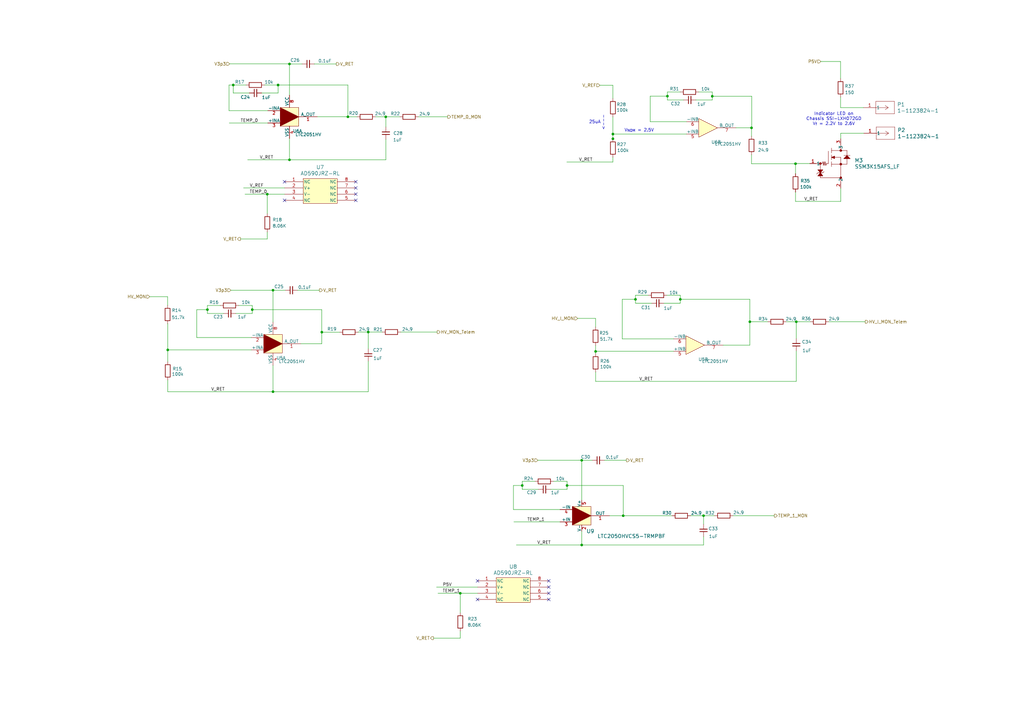
<source format=kicad_sch>
(kicad_sch (version 20250114) (generator "eeschema") (generator_version "9.0")
  (paper "A3")
  (lib_symbols
    (symbol "1-1123824-1_1" (pin_names (offset 0.254))
      (property "Reference" "P" (at 8.89 6.35 0))
      (property "Value" "1-1123824-1" (at 0 0 0))
      (symbol "1-1123824-1_1_0_1"
        (pin unspecified line (at 0 0 0) (length 5.08) (name "1") (number "1"))
      )
    )
    (symbol "Analog_Devices:AD590JRZ-RL" (pin_names (offset 0.254))
      (property "Reference" "U" (at 14.986 5.588 0))
      (property "Value" "AD590JRZ" (at 14.986 3.048 0))
      (symbol "AD590JRZ-RL_0_1"
        (pin unspecified line (at 0 0 0) (length 7.62) (name "NC") (number "1"))
        (pin unspecified line (at 0 -2.54 0) (length 7.62) (name "V+") (number "2"))
        (pin unspecified line (at 0 -5.08 0) (length 7.62) (name "V-") (number "3"))
        (pin unspecified line (at 0 -7.62 0) (length 7.62) (name "NC") (number "4"))
        (pin unspecified line (at 29.21 0 180) (length 7.62) (name "NC") (number "8"))
        (pin unspecified line (at 29.21 -2.54 180) (length 7.62) (name "NC") (number "7"))
        (pin unspecified line (at 29.21 -5.08 180) (length 7.62) (name "NC") (number "6"))
        (pin unspecified line (at 29.21 -7.62 180) (length 7.62) (name "NC") (number "5"))
      )
    )
    (symbol "Analog_Devices:LTC2050HVCS5-TRMPBF" (pin_names (offset 0))
      (property "Reference" "U" (at 7.366 -2.54 0))
      (property "Value" "LTC2050HVCS5-TRMPBF" (at 20.32 -5.334 0))
      (symbol "LTC2050HVCS5-TRMPBF_1_1"
        (pin input line (at -5.08 6.35 0) (length 5.08) (name "-IN") (number "4"))
        (pin input line (at -5.08 1.27 0) (length 5.08) (name "+IN") (number "3"))
        (pin power_in line (at 3.81 10.16 270) (length 2.54) (name "V+") (number "5"))
        (pin power_in line (at 3.81 -2.54 90) (length 2.54) (name "V-") (number "2"))
        (pin output line (at 15.24 3.81 180) (length 7.62) (name "OUT") (number "1"))
      )
    )
    (symbol "Analog_Devices:LTC2051HVIMS8_PBF" (pin_names (offset 0))
      (property "Reference" "U" (at 7.112 -2.032 0))
      (property "Value" "LTC2051HVCS8#TRPBF" (at 13.97 10.16 0))
      (symbol "LTC2051HVIMS8_PBF_1_1"
        (pin input line (at -5.08 6.35 0) (length 5.08) (name "-INA") (number "2"))
        (pin input line (at -5.08 1.27 0) (length 5.08) (name "+INA") (number "3"))
        (pin power_in line (at 3.81 12.7 270) (length 5.08) (name "VCC") (number "8"))
        (pin power_in line (at 3.81 -5.08 90) (length 5.08) (name "VSS") (number "4"))
        (pin output line (at 15.24 3.81 180) (length 7.62) (name "A_OUT") (number "1"))
      )
      (symbol "LTC2051HVIMS8_PBF_2_1"
        (pin input line (at -5.08 6.35 0) (length 5.08) (name "-INB") (number "6"))
        (pin input line (at -5.08 1.27 0) (length 5.08) (name "+INB") (number "5"))
        (pin output line (at 15.24 3.81 180) (length 7.62) (name "B_OUT") (number "7"))
      )
    )
    (symbol "LTC2051HVIMS8_PBF_1" (pin_names (offset 0))
      (property "Reference" "U" (at 7.112 0.508 0))
      (property "Value" "LTC2051HVCS8#TRPBF" (at 13.97 10.16 0))
      (symbol "LTC2051HVIMS8_PBF_1_1_1"
        (pin input line (at -5.08 6.35 0) (length 5.08) (name "-INA") (number "2"))
        (pin input line (at -5.08 1.27 0) (length 5.08) (name "+INA") (number "3"))
        (pin power_in line (at 3.81 12.7 270) (length 5.08) (name "VCC") (number "8"))
        (pin power_in line (at 3.81 -5.08 90) (length 5.08) (name "VSS") (number "4"))
        (pin output line (at 15.24 3.81 180) (length 7.62) (name "A_OUT") (number "1"))
      )
      (symbol "LTC2051HVIMS8_PBF_1_2_1"
        (pin input line (at -5.08 6.35 0) (length 5.08) (name "-INB") (number "6"))
        (pin input line (at -5.08 1.27 0) (length 5.08) (name "+INB") (number "5"))
        (pin output line (at 15.24 3.81 180) (length 7.62) (name "B_OUT") (number "7"))
      )
    )
    (symbol "Passive_Parts:C" (pin_numbers (hide yes)) (pin_names (offset 0) (hide yes))
      (property "Reference" "C" (at 2.54 5.08 0))
      (symbol "C_1_1"
        (pin passive line (at 0 2.54 0) (length 2.032) (name "~") (number "1"))
        (pin passive line (at 5.08 2.54 180) (length 2.032) (name "~") (number "2"))
      )
    )
    (symbol "Passive_Parts:R" (pin_numbers (hide yes)) (pin_names (offset 0) (hide yes))
      (property "Reference" "R" (at 2.54 5.08 0))
      (symbol "R_1_1"
        (pin passive line (at -1.27 2.54 0) (length 1.27) (name "~") (number "1"))
        (pin passive line (at 6.35 2.54 180) (length 1.27) (name "~") (number "2"))
      )
    )
    (symbol "TE_Connectivity:1-1123824-1" (pin_names (offset 0.254))
      (property "Reference" "P" (at 8.89 6.35 0))
      (property "Value" "1-1123824-1" (at 0 0 0))
      (symbol "1-1123824-1_0_1"
        (pin unspecified line (at 0 0 0) (length 5.08) (name "1") (number "1"))
      )
    )
    (symbol "Toshiba_Semi:SSM3K15AFS_LF" (pin_names (offset 0.254))
      (property "Reference" "MOSFET" (at 0 0 0))
      (property "Value" "SSM3K15AFS_LF" (at 0 0 0))
      (symbol "SSM3K15AFS_LF_0_1"
        (pin unspecified line (at -2.54 -7.62 0) (length 2.54) (name "1") (number "1"))
        (pin unspecified line (at 10.16 2.54 270) (length 2.54) (name "3") (number "3"))
        (pin unspecified line (at 10.16 -17.78 90) (length 2.54) (name "2") (number "2"))
      )
    )
  )
  (text "25uA" (at 243.9963 50.1232 0) (effects (font (size 1.27 1.27))))
  (text "<---" (at 247.4631 50.2773 90) (effects (font (size 1.27 1.27))))
  (text "Indicator LED on\nChassis SSI-LXH072GD\nV_{f} = 2.2V to 2.6V" (at 341.9997 48.8258 0) (effects (font (size 1.27 1.27))))
  (text "V_{NOM} = 2.5V" (at 262.1718 53.4986 0) (effects (font (size 1.27 1.27))))
  (junction (at 111.9706 119.0289))
  (junction (at 158.2134 47.9277))
  (junction (at 308.2307 52.4403))
  (junction (at 142.6988 47.9105))
  (junction (at 326.2772 67.1438))
  (junction (at 118.7312 65.5571))
  (junction (at 214.1918 199.1206))
  (junction (at 255.6092 211.5232))
  (junction (at 151.0425 136.1835))
  (junction (at 238.5842 223.5272))
  (junction (at 95.6658 34.8664))
  (junction (at 68.799 143.5187))
  (junction (at 188.7872 243.3338))
  (junction (at 273.7459 39.427))
  (junction (at 238.5842 188.793))
  (junction (at 232.5787 199.1206))
  (junction (at 260.6418 122.7735))
  (junction (at 118.7312 26.2371))
  (junction (at 307.5589 131.9662))
  (junction (at 109.6311 79.6328))
  (junction (at 288.5537 211.4954))
  (junction (at 292.1328 39.4782))
  (junction (at 279.0287 122.7735))
  (junction (at 244.2808 144.1344))
  (junction (at 114.0527 34.8664))
  (junction (at 85.0766 126.9908))
  (junction (at 103.4635 126.9908))
  (junction (at 131.9937 136.2292))
  (junction (at 251.3825 56.9151))
  (junction (at 251.3825 54.9803))
  (junction (at 326.6077 131.9662))
  (junction (at 111.9706 160.6508))
  (no_connect (at 145.9223 79.6281))
  (no_connect (at 225.0784 243.3291))
  (no_connect (at 225.0784 240.7891))
  (no_connect (at 195.8684 245.8691))
  (no_connect (at 116.7123 74.5481))
  (no_connect (at 225.0784 238.2491))
  (no_connect (at 195.8684 238.2491))
  (no_connect (at 145.9223 74.5481))
  (no_connect (at 145.9223 82.1681))
  (no_connect (at 225.0784 245.8691))
  (no_connect (at 145.9223 77.0881))
  (no_connect (at 116.7123 82.1681))
  (wire (pts (xy 273.7459 39.427) (xy 266.6583 39.427)))
  (wire (pts (xy 139.3031 136.2292) (xy 131.9937 136.2292)))
  (wire (pts (xy 255.6178 211.5232) (xy 255.6178 199.1206)))
  (wire (pts (xy 276.2569 139.0084) (xy 255.2168 139.0084)))
  (wire (pts (xy 232.4693 66.4517) (xy 251.3825 66.4517)))
  (wire (pts (xy 280.3352 41.0091) (xy 273.7459 41.0091)))
  (wire (pts (xy 123.4006 140.9787) (xy 131.9937 140.9787)))
  (wire (pts (xy 344.8477 56.9118) (xy 344.8477 54.6367)))
  (wire (pts (xy 266.6583 39.427) (xy 266.6583 49.9003)))
  (wire (pts (xy 246.009 34.9874) (xy 251.3825 34.9874)))
  (wire (pts (xy 292.1328 41.0091) (xy 292.1328 39.4782)))
  (wire (pts (xy 273.7459 37.7321) (xy 278.9884 37.7321)))
  (wire (pts (xy 244.2808 152.6352) (xy 244.2808 156.4335)))
  (wire (pts (xy 177.7962 261.7159) (xy 188.7872 261.7159)))
  (wire (pts (xy 188.7872 243.3291) (xy 195.8684 243.3291)))
  (wire (pts (xy 244.2808 144.1344) (xy 244.2808 145.0152)))
  (wire (pts (xy 151.0425 148.1395) (xy 151.0425 160.6508)))
  (wire (pts (xy 118.7312 26.2011) (xy 118.7312 26.2371)))
  (wire (pts (xy 326.6077 138.8422) (xy 326.6077 131.9662)))
  (wire (pts (xy 255.6178 199.1206) (xy 232.5787 199.1206)))
  (wire (pts (xy 103.0806 143.5187) (xy 68.799 143.5187)))
  (wire (pts (xy 251.3825 66.4517) (xy 251.3825 64.5351)))
  (wire (pts (xy 273.7459 37.7321) (xy 273.7459 39.427)))
  (wire (pts (xy 146.9231 136.1835) (xy 151.0425 136.1835)))
  (wire (pts (xy 276.2569 144.0884) (xy 244.2808 144.0884)))
  (wire (pts (xy 179.6339 243.3338) (xy 188.7872 243.3338)))
  (wire (pts (xy 100.4778 79.6328) (xy 109.6311 79.6328)))
  (wire (pts (xy 98.6401 98.0149) (xy 109.6311 98.0149)))
  (wire (pts (xy 116.7123 77.0881) (xy 99.8727 77.0881)))
  (wire (pts (xy 142.6988 34.8664) (xy 142.6988 47.9105)))
  (wire (pts (xy 85.0766 128.573) (xy 85.0766 126.9908)))
  (wire (pts (xy 109.8412 50.4505) (xy 94.0095 50.4505)))
  (wire (pts (xy 344.7451 39.8224) (xy 344.7451 44.1288)))
  (wire (pts (xy 244.2622 141.7298) (xy 244.2622 144.1344)))
  (wire (pts (xy 210.5923 199.1206) (xy 214.1918 199.1206)))
  (wire (pts (xy 158.278 65.5571) (xy 158.278 57.1617)))
  (wire (pts (xy 260.6418 121.0787) (xy 265.8843 121.0787)))
  (wire (pts (xy 103.4635 128.573) (xy 103.4635 126.9908)))
  (wire (pts (xy 279.0287 124.3557) (xy 279.0287 122.7735)))
  (wire (pts (xy 225.8611 200.7199) (xy 232.5787 200.7199)))
  (wire (pts (xy 131.9937 136.2292) (xy 131.9937 140.9787)))
  (wire (pts (xy 296.5769 141.5484) (xy 307.5589 141.5484)))
  (wire (pts (xy 96.7459 128.573) (xy 103.4635 128.573)))
  (wire (pts (xy 244.2622 130.601) (xy 236.9049 130.601)))
  (wire (pts (xy 344.8477 54.6367) (xy 354.2993 54.6367)))
  (wire (pts (xy 214.1918 197.4429) (xy 219.4343 197.4429)))
  (wire (pts (xy 232.5787 197.4429) (xy 232.5787 199.1206)))
  (wire (pts (xy 142.6988 47.9277) (xy 142.6988 47.9105)))
  (wire (pts (xy 158.278 52.0817) (xy 158.278 47.9393)))
  (wire (pts (xy 188.7872 243.3338) (xy 188.7872 243.3291)))
  (wire (pts (xy 85.0766 126.9908) (xy 85.0766 125.296)))
  (wire (pts (xy 188.7872 258.9005) (xy 188.7872 261.7159)))
  (wire (pts (xy 131.0002 119.0367) (xy 122.0535 119.0367)))
  (wire (pts (xy 273.7459 39.427) (xy 273.7459 41.0091)))
  (wire (pts (xy 326.2772 78.808) (xy 326.2772 82.6248)))
  (wire (pts (xy 251.3825 56.9151) (xy 251.3568 56.9151)))
  (wire (pts (xy 154.031 47.9277) (xy 158.2134 47.9277)))
  (wire (pts (xy 68.799 132.7975) (xy 68.799 143.5187)))
  (wire (pts (xy 137.909 26.2449) (xy 128.9623 26.2449)))
  (wire (pts (xy 308.2307 55.8467) (xy 308.2307 52.4403)))
  (wire (pts (xy 250.0142 211.5232) (xy 255.6092 211.5232)))
  (wire (pts (xy 85.0766 125.296) (xy 90.3191 125.296)))
  (wire (pts (xy 171.5797 47.9277) (xy 183.5955 47.9277)))
  (wire (pts (xy 102.2551 38.1434) (xy 95.6658 38.1434)))
  (wire (pts (xy 158.2134 47.9277) (xy 163.9597 47.9277)))
  (wire (pts (xy 273.5043 121.0787) (xy 279.0287 121.0787)))
  (wire (pts (xy 80.6853 126.9908) (xy 85.0766 126.9908)))
  (wire (pts (xy 307.5589 131.9662) (xy 307.5589 141.5484)))
  (wire (pts (xy 93.9327 45.3705) (xy 93.9327 34.8664)))
  (wire (pts (xy 151.0425 136.1835) (xy 156.7426 136.1835)))
  (wire (pts (xy 114.0527 34.8664) (xy 142.6988 34.8664)))
  (wire (pts (xy 151.0425 143.0595) (xy 151.0425 136.1835)))
  (wire (pts (xy 326.6077 131.9662) (xy 332.3078 131.9662)))
  (wire (pts (xy 326.2772 67.0718) (xy 332.1477 67.0718)))
  (wire (pts (xy 164.3626 136.1835) (xy 179.2775 136.1835)))
  (wire (pts (xy 214.1918 199.1206) (xy 214.1918 200.7199)))
  (wire (pts (xy 272.3111 124.3557) (xy 279.0287 124.3557)))
  (wire (pts (xy 111.9706 132.0887) (xy 111.9706 119.0289)))
  (wire (pts (xy 111.9706 160.6508) (xy 151.0425 160.6508)))
  (wire (pts (xy 247.9517 188.8008) (xy 247.9517 188.793)))
  (wire (pts (xy 251.3825 54.9803) (xy 251.3825 56.9151)))
  (wire (pts (xy 301.8681 52.4403) (xy 308.2307 52.4403)))
  (wire (pts (xy 109.6311 79.6281) (xy 116.7123 79.6281)))
  (wire (pts (xy 339.9278 131.9662) (xy 354.8427 131.9662)))
  (wire (pts (xy 283.2501 211.4954) (xy 288.5537 211.4954)))
  (wire (pts (xy 292.1328 39.4782) (xy 308.3237 39.4782)))
  (wire (pts (xy 279.0287 122.7735) (xy 279.0287 121.0787)))
  (wire (pts (xy 220.5797 188.793) (xy 238.5842 188.793)))
  (wire (pts (xy 111.9706 119.0289) (xy 116.9735 119.0289)))
  (wire (pts (xy 314.8683 131.9662) (xy 307.5589 131.9662)))
  (wire (pts (xy 80.6853 126.9908) (xy 80.6853 138.4387)))
  (wire (pts (xy 114.0527 38.1434) (xy 114.0527 34.8664)))
  (wire (pts (xy 308.2307 63.4667) (xy 308.2307 67.1438)))
  (wire (pts (xy 142.6988 47.9105) (xy 130.1612 47.9105)))
  (wire (pts (xy 292.1328 39.4782) (xy 292.1328 37.7321)))
  (wire (pts (xy 211.7672 223.5272) (xy 238.5842 223.5272)))
  (wire (pts (xy 118.7312 26.2371) (xy 118.7312 39.0205)))
  (wire (pts (xy 68.799 132.7975) (xy 68.7313 132.7975)))
  (wire (pts (xy 109.6311 87.5795) (xy 109.6311 79.6328)))
  (wire (pts (xy 108.5283 34.8664) (xy 114.0527 34.8664)))
  (wire (pts (xy 68.799 143.5187) (xy 68.799 148.3146)))
  (wire (pts (xy 93.9327 34.8664) (xy 95.6658 34.8664)))
  (wire (pts (xy 146.9231 136.1835) (xy 146.9231 136.2292)))
  (wire (pts (xy 111.9706 149.8687) (xy 111.9706 160.6508)))
  (wire (pts (xy 267.2311 124.3557) (xy 260.6418 124.3557)))
  (wire (pts (xy 68.799 160.6508) (xy 111.9706 160.6508)))
  (wire (pts (xy 255.2168 122.7735) (xy 255.2168 139.0084)))
  (wire (pts (xy 220.7811 200.7199) (xy 214.1918 200.7199)))
  (wire (pts (xy 326.2772 67.1438) (xy 326.2772 71.188)))
  (wire (pts (xy 229.6942 214.0632) (xy 210.7564 214.0632)))
  (wire (pts (xy 283.2501 211.4954) (xy 283.2501 211.5411)))
  (wire (pts (xy 158.2134 47.9277) (xy 158.2134 47.9393)))
  (wire (pts (xy 68.799 155.9346) (xy 68.799 160.6508)))
  (wire (pts (xy 244.2622 134.1098) (xy 244.2622 130.601)))
  (wire (pts (xy 118.7312 65.5571) (xy 158.278 65.5571)))
  (wire (pts (xy 288.5537 211.4954) (xy 293.0696 211.4954)))
  (wire (pts (xy 288.5537 214.9988) (xy 288.5537 211.4954)))
  (wire (pts (xy 238.5842 188.793) (xy 242.8717 188.793)))
  (wire (pts (xy 286.6084 37.7321) (xy 292.1328 37.7321)))
  (wire (pts (xy 275.6301 211.5411) (xy 255.6092 211.5411)))
  (wire (pts (xy 322.4883 131.9662) (xy 326.6077 131.9662)))
  (wire (pts (xy 94.6815 119.0289) (xy 111.9706 119.0289)))
  (wire (pts (xy 95.6658 38.1434) (xy 95.6658 34.8664)))
  (wire (pts (xy 251.3825 34.9874) (xy 251.3825 40.3644)))
  (wire (pts (xy 251.3825 47.9844) (xy 251.3825 54.9803)))
  (wire (pts (xy 288.5537 223.5272) (xy 238.5842 223.5272)))
  (wire (pts (xy 91.6659 128.573) (xy 85.0766 128.573)))
  (wire (pts (xy 210.5923 208.9832) (xy 210.5923 199.1206)))
  (wire (pts (xy 232.5787 199.1206) (xy 232.5787 200.7199)))
  (wire (pts (xy 109.8412 45.3705) (xy 93.9327 45.3705)))
  (wire (pts (xy 238.5842 205.1732) (xy 238.5842 188.793)))
  (wire (pts (xy 101.5596 65.5571) (xy 118.7312 65.5571)))
  (wire (pts (xy 146.411 47.9277) (xy 142.6988 47.9277)))
  (wire (pts (xy 266.6583 49.9003) (xy 281.5481 49.9003)))
  (wire (pts (xy 244.2808 144.0884) (xy 244.2808 144.1344)))
  (wire (pts (xy 260.6418 122.7735) (xy 260.6418 121.0787)))
  (wire (pts (xy 227.0543 197.4429) (xy 232.5787 197.4429)))
  (wire (pts (xy 109.6311 79.6328) (xy 109.6311 79.6281)))
  (wire (pts (xy 255.2168 122.7735) (xy 260.6418 122.7735)))
  (wire (pts (xy 344.7451 25.2247) (xy 344.7451 32.2024)))
  (wire (pts (xy 281.5481 54.9803) (xy 251.3825 54.9803)))
  (wire (pts (xy 214.1918 197.4429) (xy 214.1918 199.1206)))
  (wire (pts (xy 308.2307 52.4403) (xy 308.3237 52.4403)))
  (wire (pts (xy 256.8984 188.8008) (xy 247.9517 188.8008)))
  (wire (pts (xy 255.6092 211.5232) (xy 255.6178 211.5232)))
  (wire (pts (xy 118.7312 56.8005) (xy 118.7312 65.5571)))
  (wire (pts (xy 307.5589 122.7735) (xy 279.0287 122.7735)))
  (wire (pts (xy 326.6077 143.9222) (xy 326.6077 156.4335)))
  (wire (pts (xy 68.7313 121.6687) (xy 61.374 121.6687)))
  (wire (pts (xy 344.7451 44.1288) (xy 354.1541 44.1288)))
  (wire (pts (xy 344.8477 82.6248) (xy 344.8477 77.2318)))
  (wire (pts (xy 95.6658 34.8664) (xy 100.9083 34.8664)))
  (wire (pts (xy 103.4635 126.9908) (xy 103.4635 125.296)))
  (wire (pts (xy 103.0806 138.4387) (xy 80.6853 138.4387)))
  (wire (pts (xy 238.5842 217.8732) (xy 238.5842 223.5272)))
  (wire (pts (xy 107.3351 38.1434) (xy 114.0527 38.1434)))
  (wire (pts (xy 255.6092 211.5411) (xy 255.6092 211.5232)))
  (wire (pts (xy 244.2622 144.1344) (xy 244.2808 144.1344)))
  (wire (pts (xy 97.9391 125.296) (xy 103.4635 125.296)))
  (wire (pts (xy 229.6942 208.9832) (xy 210.5923 208.9832)))
  (wire (pts (xy 308.2307 67.1438) (xy 326.2772 67.1438)))
  (wire (pts (xy 285.4152 41.0091) (xy 292.1328 41.0091)))
  (wire (pts (xy 195.8684 240.7891) (xy 179.0288 240.7891)))
  (wire (pts (xy 307.5589 122.7735) (xy 307.5589 131.9662)))
  (wire (pts (xy 260.6418 124.3557) (xy 260.6418 122.7735)))
  (wire (pts (xy 288.5537 220.0788) (xy 288.5537 223.5272)))
  (wire (pts (xy 188.7872 251.2805) (xy 188.7872 243.3338)))
  (wire (pts (xy 308.3237 39.4782) (xy 308.3237 52.4403)))
  (wire (pts (xy 68.7313 125.1775) (xy 68.7313 121.6687)))
  (wire (pts (xy 244.2808 156.4335) (xy 326.6077 156.4335)))
  (wire (pts (xy 131.9937 126.9908) (xy 103.4635 126.9908)))
  (wire (pts (xy 300.6896 211.4954) (xy 317.5551 211.4954)))
  (wire (pts (xy 131.9937 126.9908) (xy 131.9937 136.2292)))
  (wire (pts (xy 128.9623 26.2449) (xy 128.9623 26.2371)))
  (wire (pts (xy 158.278 47.9393) (xy 158.2134 47.9393)))
  (wire (pts (xy 326.2772 67.0718) (xy 326.2772 67.1438)))
  (wire (pts (xy 326.2772 82.6248) (xy 344.8477 82.6248)))
  (wire (pts (xy 94.1783 26.2011) (xy 118.7312 26.2011)))
  (wire (pts (xy 109.6311 95.1995) (xy 109.6311 98.0149)))
  (wire (pts (xy 336.6354 25.2247) (xy 344.7451 25.2247)))
  (wire (pts (xy 122.0535 119.0367) (xy 122.0535 119.0289)))
  (wire (pts (xy 123.8823 26.2371) (xy 118.7312 26.2371)))
  (label "P5V" (at 181.5324 240.7891 0))
  (label "V_RET" (at 220.2929 223.5272 0))
  (label "TEMP_0" (at 98.6319 50.4505 0))
  (label "V_RET" (at 262.1312 156.4335 0))
  (label "V_RET" (at 329.7929 82.6248 0))
  (label "V_RET" (at 237.3999 66.4517 0))
  (label "TEMP_0" (at 102.3267 79.6328 0))
  (label "TEMP_1" (at 181.4828 243.3338 0))
  (label "V_RET" (at 106.4902 65.5571 0))
  (label "TEMP_1" (at 216.1877 214.0632 0))
  (label "V_REF" (at 102.3763 77.0881 0))
  (label "V_RET" (at 86.566 160.6508 0))
  (hierarchical_label "P5V" (shape input) (at 336.6354 25.2247 180))
  (hierarchical_label "V3p3" (shape input) (at 94.1783 26.2011 180))
  (hierarchical_label "V_REF" (shape input) (at 246.009 34.9874 180))
  (hierarchical_label "V3p3" (shape input) (at 220.5797 188.793 180))
  (hierarchical_label "V3p3" (shape input) (at 94.6815 119.0289 180))
  (hierarchical_label "V_RET" (shape output) (at 256.8984 188.8008 0))
  (hierarchical_label "V_RET" (shape output) (at 98.6401 98.0149 180))
  (hierarchical_label "V_RET" (shape output) (at 177.7962 261.7159 180))
  (hierarchical_label "HV_I_MON" (shape input) (at 236.9049 130.601 180))
  (hierarchical_label "HV_I_MON_Telem" (shape output) (at 354.8427 131.9662 0))
  (hierarchical_label "V_RET" (shape output) (at 131.0002 119.0367 0))
  (hierarchical_label "HV_MON" (shape input) (at 61.374 121.6687 180))
  (hierarchical_label "V_RET" (shape output) (at 137.909 26.2449 0))
  (hierarchical_label "TEMP_1_MON" (shape output) (at 317.5551 211.4954 0))
  (hierarchical_label "TEMP_0_MON" (shape output) (at 183.5955 47.9277 0))
  (hierarchical_label "HV_MON_Telem" (shape output) (at 179.2775 136.1835 0))
  (symbol (lib_id "Passive_Parts:C") (at 280.3352 43.5491 0) (unit 1)
    (property "Reference" "C32" (at 277.0359 42.514 0))
    (property "Value" "1uF" (at 287.7556 42.7234 0))
    (property "Footprint" "Capacitor_SMD:C_0603_1608Metric" (effects (hide yes)))
    (property "Datasheet" "https://weblib.samsungsem.com/mlcc/mlcc-ec-data-sheet.do?partNumber=CL10B105KO8NNN" (effects (hide yes)))
    (property "Description" "1 µF ±10% 16V Ceramic Capacitor X7R 0603 (1608 Metric)" (effects (hide yes)))
    (property "Manufacturer" "Samsung Electro-Mechanics" (effects (hide yes)))
    (property "Man. Part Num" "CL10B105KO8NNNC" (effects (hide yes)))
    (property "Distributor" "Digi-Key" (effects (hide yes)))
    (property "Dist. Part Num" "1276-1019-1-ND" (effects (hide yes)))
    (property "Package" "0603 (1608 Metric)" (effects (hide yes)))
    (property "Part Type" "SMD" (effects (hide yes)))
  )
  (symbol (lib_id "Passive_Parts:R") (at 347.2851 38.5524 90) (unit 1)
    (property "Reference" "R37" (at 348.3903 35.3403 90))
    (property "Value" "150" (at 348.431 37.947 90))
    (property "Footprint" "Resistor_SMD:R_0603_1608Metric" (effects (hide yes)))
    (property "Datasheet" "https://industrial.panasonic.com/cdbs/www-data/pdf/RDM0000/AOA0000C307.pdf" (effects (hide yes)))
    (property "Description" "150 Ohms ±0.1% 0.1W, 1/10W Chip Resistor 0603 (1608 Metric) Automotive AEC-Q200 Thin Film" (effects (hide yes)))
    (property "Manufacturer" "Panasonic Electronic Components" (effects (hide yes)))
    (property "Man. Part Num" "ERA-3AEB151V" (effects (hide yes)))
    (property "Distributor" "Digi-Key" (effects (hide yes)))
    (property "Dist. Part Num" "P150DBCT-ND" (effects (hide yes)))
    (property "Part Type" "SMD" (effects (hide yes)))
    (property "Package" "0603 (1608 Metric)" (effects (hide yes)))
  )
  (symbol (lib_id "Passive_Parts:R") (at 272.2343 118.5387 180) (unit 1)
    (property "Reference" "R29" (at 263.4752 119.7926 0))
    (property "Value" "10k" (at 276.3136 120.0159 0))
    (property "Footprint" "Resistor_SMD:R_0402_1005Metric" (effects (hide yes)))
    (property "Datasheet" "https://www.seielect.com/catalog/sei-rncp.pdf" (effects (hide yes)))
    (property "Description" "10 kOhms ±0.1% 0.063W, 1/16W Chip Resistor 0402 (1005 Metric) Automotive AEC-Q200 Thin Film" (effects (hide yes)))
    (property "Manufacturer" "Panasonic Electronic Components" (effects (hide yes)))
    (property "Man. Part Num" "ERA-2AEB103X" (effects (hide yes)))
    (property "Distributor" "Digi-Key" (effects (hide yes)))
    (property "Dist. Part Num" "P10KDCCT-ND" (effects (hide yes)))
    (property "Part Type" "SMD" (effects (hide yes)))
    (property "Package" "0402 (1005 Metric)" (effects (hide yes)))
  )
  (symbol (lib_id "Analog_Devices:LTC2050HVCS5-TRMPBF") (at 234.7742 215.3332 0) (unit 1)
    (property "Reference" "U9" (at 242.1402 217.8732 0) (effects (font (size 1.524 1.524))))
    (property "Value" "LTC2050HVCS5-TRMPBF" (at 258.9904 219.9042 0) (effects (font (size 1.524 1.524))))
    (property "Footprint" "Analog_Devices:S_5_ADI" (effects (hide yes)))
    (property "Datasheet" "https://www.analog.com/media/en/technical-documentation/data-sheets/LTC2050-2050HV.pdf" (effects (hide yes)))
    (property "Description" "IC OPAMP ZER-DRIFT 1CIR TSOT23-5" (effects (hide yes)))
    (property "Manufacturer" "Analog Devices Inc." (effects (hide yes)))
    (property "Man. Part Num" "LTC2050HVCS5#TRMPBF" (effects (hide yes)))
    (property "Distributor" "Digi-Key" (effects (hide yes)))
    (property "Dist. Part Num" "505-LTC2050HVCS5#TRMPBFCT-ND" (effects (hide yes)))
    (property "Part Type" "SMD" (effects (hide yes)))
    (property "Package" "TSOT23-5" (effects (hide yes)))
  )
  (symbol (lib_id "Passive_Parts:C") (at 123.8823 28.7771 0) (unit 1)
    (property "Reference" "C26" (at 121.0038 24.6768 0))
    (property "Value" "0.1uF" (at 133.2591 24.9605 0))
    (property "Footprint" "Capacitor_SMD:C_0603_1608Metric" (effects (hide yes)))
    (property "Datasheet" "https://www.yageo.com/en/Chart/Download/pdf/CC0603KRX7R7BB104" (effects (hide yes)))
    (property "Description" "0.1 µF ±10% 50V Ceramic Capacitor X7R 0603 (1608 Metric)" (effects (hide yes)))
    (property "Manufacturer" "KEMET" (effects (hide yes)))
    (property "Man. Part Num" "C0603C104K5RACTU" (effects (hide yes)))
    (property "Distributor" "Digi-Key" (effects (hide yes)))
    (property "Dist. Part Num" "399-C0603C104K5RACTUCT-ND" (effects (hide yes)))
    (property "Package" "0603 (1608 Metric)" (effects (hide yes)))
    (property "Part Type" "SMD" (effects (hide yes)))
  )
  (symbol (lib_id "Passive_Parts:C") (at 242.8717 191.333 0) (unit 1)
    (property "Reference" "C30" (at 240.1982 187.4288 0))
    (property "Value" "0.1uF" (at 251.127 187.5426 0))
    (property "Footprint" "Capacitor_SMD:C_0603_1608Metric" (effects (hide yes)))
    (property "Datasheet" "https://www.yageo.com/en/Chart/Download/pdf/CC0603KRX7R7BB104" (effects (hide yes)))
    (property "Description" "0.1 µF ±10% 50V Ceramic Capacitor X7R 0603 (1608 Metric)" (effects (hide yes)))
    (property "Manufacturer" "KEMET" (effects (hide yes)))
    (property "Man. Part Num" "C0603C104K5RACTU" (effects (hide yes)))
    (property "Distributor" "Digi-Key" (effects (hide yes)))
    (property "Dist. Part Num" "399-C0603C104K5RACTUCT-ND" (effects (hide yes)))
    (property "Package" "0603 (1608 Metric)" (effects (hide yes)))
    (property "Part Type" "SMD" (effects (hide yes)))
  )
  (symbol (lib_id "Passive_Parts:C") (at 102.2551 40.6834 0) (unit 1)
    (property "Reference" "C24" (at 100.6122 39.8699 0))
    (property "Value" "1uF" (at 109.1988 39.9746 0))
    (property "Footprint" "Capacitor_SMD:C_0603_1608Metric" (effects (hide yes)))
    (property "Datasheet" "https://weblib.samsungsem.com/mlcc/mlcc-ec-data-sheet.do?partNumber=CL10B105KO8NNN" (effects (hide yes)))
    (property "Description" "1 µF ±10% 16V Ceramic Capacitor X7R 0603 (1608 Metric)" (effects (hide yes)))
    (property "Manufacturer" "Samsung Electro-Mechanics" (effects (hide yes)))
    (property "Man. Part Num" "CL10B105KO8NNNC" (effects (hide yes)))
    (property "Distributor" "Digi-Key" (effects (hide yes)))
    (property "Dist. Part Num" "1276-1019-1-ND" (effects (hide yes)))
    (property "Package" "0603 (1608 Metric)" (effects (hide yes)))
    (property "Part Type" "SMD" (effects (hide yes)))
  )
  (symbol (lib_id "Passive_Parts:R") (at 294.3396 214.0354 0) (unit 1)
    (property "Reference" "R32" (at 291.1646 210.3904 0))
    (property "Value" "24.9" (at 302.9281 210.2391 0))
    (property "Footprint" "Resistor_SMD:R_0603_1608Metric" (effects (hide yes)))
    (property "Datasheet" "https://www.yageo.com/upload/media/product/app/datasheet/rchip/pyu-rt_1-to-0.01_rohs_l.pdf" (effects (hide yes)))
    (property "Description" "24.9 Ohms ±0.1% 0.1W, 1/10W Chip Resistor 0603 (1608 Metric) Thin Film" (effects (hide yes)))
    (property "Manufacturer" "YAGEO" (effects (hide yes)))
    (property "Man. Part Num" "RT0603BRD0724R9L" (effects (hide yes)))
    (property "Distributor" "Digi-Key" (effects (hide yes)))
    (property "Dist. Part Num" "YAG4511CT-ND" (effects (hide yes)))
    (property "Part Type" "SMD" (effects (hide yes)))
    (property "Package" "0603 (1608 Metric)" (effects (hide yes)))
  )
  (symbol (lib_id "Passive_Parts:R") (at 305.6907 57.1167 270) (unit 1)
    (property "Reference" "R33" (at 312.8917 58.6574 90))
    (property "Value" "24.9" (at 313.0619 61.551 90))
    (property "Footprint" "Resistor_SMD:R_0603_1608Metric" (effects (hide yes)))
    (property "Datasheet" "https://www.yageo.com/upload/media/product/app/datasheet/rchip/pyu-rt_1-to-0.01_rohs_l.pdf" (effects (hide yes)))
    (property "Description" "24.9 Ohms ±0.1% 0.1W, 1/10W Chip Resistor 0603 (1608 Metric) Thin Film" (effects (hide yes)))
    (property "Manufacturer" "YAGEO" (effects (hide yes)))
    (property "Man. Part Num" "RT0603BRD0724R9L" (effects (hide yes)))
    (property "Distributor" "Digi-Key" (effects (hide yes)))
    (property "Dist. Part Num" "YAG4511CT-ND" (effects (hide yes)))
    (property "Part Type" "SMD" (effects (hide yes)))
    (property "Package" "0603 (1608 Metric)" (effects (hide yes)))
  )
  (symbol (lib_id "Passive_Parts:C") (at 116.9735 121.5689 0) (unit 1)
    (property "Reference" "C25" (at 114.4208 117.5523 0))
    (property "Value" "0.1uF" (at 124.9892 117.8128 0))
    (property "Footprint" "Capacitor_SMD:C_0603_1608Metric" (effects (hide yes)))
    (property "Datasheet" "https://www.yageo.com/en/Chart/Download/pdf/CC0603KRX7R7BB104" (effects (hide yes)))
    (property "Description" "0.1 µF ±10% 50V Ceramic Capacitor X7R 0603 (1608 Metric)" (effects (hide yes)))
    (property "Manufacturer" "KEMET" (effects (hide yes)))
    (property "Man. Part Num" "C0603C104K5RACTU" (effects (hide yes)))
    (property "Distributor" "Digi-Key" (effects (hide yes)))
    (property "Dist. Part Num" "399-C0603C104K5RACTUCT-ND" (effects (hide yes)))
    (property "Package" "0603 (1608 Metric)" (effects (hide yes)))
    (property "Part Type" "SMD" (effects (hide yes)))
  )
  (symbol (lib_id "Passive_Parts:R") (at 241.7408 146.2852 270) (unit 1)
    (property "Reference" "R26" (at 248.0768 148.0902 90))
    (property "Value" "100k" (at 248.4892 150.4271 90))
    (property "Footprint" "Resistor_SMD:R_0402_1005Metric" (effects (hide yes)))
    (property "Datasheet" "https://industrial.panasonic.com/cdbs/www-data/pdf/RDM0000/AOA0000C307.pdf" (effects (hide yes)))
    (property "Description" "100 kOhms ±0.1% 0.063W, 1/16W Chip Resistor 0402 (1005 Metric) Automotive AEC-Q200 Thin Film" (effects (hide yes)))
    (property "Manufacturer" "Panasonic Electronic Components" (effects (hide yes)))
    (property "Man. Part Num" "ERA-2AEB104X" (effects (hide yes)))
    (property "Distributor" "Digi-Key" (effects (hide yes)))
    (property "Dist. Part Num" "P100KDCCT-ND" (effects (hide yes)))
    (property "Part Type" "SMD" (effects (hide yes)))
    (property "Package" "0402 (1005 Metric)" (effects (hide yes)))
  )
  (symbol (lib_id "Passive_Parts:C") (at 329.1477 143.9222 90) (unit 1)
    (property "Reference" "C34" (at 330.8533 140.2115 90))
    (property "Value" "1uF" (at 330.8912 143.7786 90))
    (property "Footprint" "Capacitor_SMD:C_0603_1608Metric" (effects (hide yes)))
    (property "Datasheet" "https://weblib.samsungsem.com/mlcc/mlcc-ec-data-sheet.do?partNumber=CL10B105KO8NNN" (effects (hide yes)))
    (property "Description" "1 µF ±10% 16V Ceramic Capacitor X7R 0603 (1608 Metric)" (effects (hide yes)))
    (property "Manufacturer" "Samsung Electro-Mechanics" (effects (hide yes)))
    (property "Man. Part Num" "CL10B105KO8NNNC" (effects (hide yes)))
    (property "Distributor" "Digi-Key" (effects (hide yes)))
    (property "Dist. Part Num" "1276-1019-1-ND" (effects (hide yes)))
    (property "Package" "0603 (1608 Metric)" (effects (hide yes)))
    (property "Part Type" "SMD" (effects (hide yes)))
  )
  (symbol (lib_id "Passive_Parts:R") (at 96.6691 122.756 180) (unit 1)
    (property "Reference" "R16" (at 87.78 123.9779 0))
    (property "Value" "10k" (at 100.8789 123.9779 0))
    (property "Footprint" "Resistor_SMD:R_0402_1005Metric" (effects (hide yes)))
    (property "Datasheet" "https://www.seielect.com/catalog/sei-rncp.pdf" (effects (hide yes)))
    (property "Description" "10 kOhms ±0.1% 0.063W, 1/16W Chip Resistor 0402 (1005 Metric) Automotive AEC-Q200 Thin Film" (effects (hide yes)))
    (property "Manufacturer" "Panasonic Electronic Components" (effects (hide yes)))
    (property "Man. Part Num" "ERA-2AEB103X" (effects (hide yes)))
    (property "Distributor" "Digi-Key" (effects (hide yes)))
    (property "Dist. Part Num" "P10KDCCT-ND" (effects (hide yes)))
    (property "Part Type" "SMD" (effects (hide yes)))
    (property "Package" "0402 (1005 Metric)" (effects (hide yes)))
  )
  (symbol (lib_name "LTC2051HVIMS8_PBF_1") (lib_id "Analog_Devices:LTC2051HVIMS8_PBF") (at 281.3369 145.3584 0) (unit 2)
    (property "Reference" "U5" (at 288.4489 147.3904 0))
    (property "Value" "LTC2051HV" (at 293.2572 148.1502 0))
    (property "Footprint" "Analog_Devices:R_8_ADI" (effects (hide yes)))
    (property "Datasheet" "https://www.analog.com/media/en/technical-documentation/data-sheets/20512fd.pdf" (effects (hide yes)))
    (property "Description" "IC OPAMP ZERO-DRIFT 2 CIRC 8SOIC" (effects (hide yes)))
    (property "Manufacturer" "Analog Devices Inc." (effects (hide yes)))
    (property "Man. Part Num" "LTC2051HVCS8#TRPBF" (effects (hide yes)))
    (property "Distributor" "Digi-Key" (effects (hide yes)))
    (property "Dist. Part Num" "LTC2051HVCS8#TRPBFCT-ND" (effects (hide yes)))
    (property "Part Type" "SMD" (effects (hide yes)))
    (property "Package" "8-SOIC" (effects (hide yes)))
  )
  (symbol (lib_id "Passive_Parts:C") (at 91.6659 131.113 0) (unit 1)
    (property "Reference" "C23" (at 89.4451 129.9319 0))
    (property "Value" "1uF" (at 99.3065 129.9692 0))
    (property "Footprint" "Resistor_SMD:R_0402_1005Metric" (effects (hide yes)))
    (property "Datasheet" "https://search.murata.co.jp/Ceramy/image/img/A01X/G101/ENG/GRM155R70J105KA12-01.pdf" (effects (hide yes)))
    (property "Description" "1 µF ±10% 6.3V Ceramic Capacitor X7R 0402 (1005 Metric)" (effects (hide yes)))
    (property "Manufacturer" "Murata Electronics" (effects (hide yes)))
    (property "Man. Part Num" "GRM155R70J105KA12D" (effects (hide yes)))
    (property "Distributor" "Digi-Key" (effects (hide yes)))
    (property "Dist. Part Num" "490-10024-1-ND" (effects (hide yes)))
    (property "Part Type" "SMD" (effects (hide yes)))
  )
  (symbol (lib_id "Analog_Devices:LTC2051HVIMS8_PBF") (at 108.1606 144.7887 0) (unit 1)
    (property "Reference" "U5" (at 115.2726 146.8207 0))
    (property "Value" "LTC2051HV" (at 119.6826 148.2502 0))
    (property "Footprint" "Analog_Devices:R_8_ADI" (effects (hide yes)))
    (property "Datasheet" "https://www.analog.com/media/en/technical-documentation/data-sheets/20512fd.pdf" (effects (hide yes)))
    (property "Description" "IC OPAMP ZERO-DRIFT 2 CIRC 8SOIC" (effects (hide yes)))
    (property "Manufacturer" "Analog Devices Inc." (effects (hide yes)))
    (property "Man. Part Num" "LTC2051HVCS8#TRPBF" (effects (hide yes)))
    (property "Distributor" "Digi-Key" (effects (hide yes)))
    (property "Dist. Part Num" "LTC2051HVCS8#TRPBFCT-ND" (effects (hide yes)))
    (property "Part Type" "SMD" (effects (hide yes)))
    (property "Package" "8-SOIC" (effects (hide yes)))
  )
  (symbol (lib_id "Analog_Devices:AD590JRZ-RL") (at 116.7123 74.5481 0) (unit 1)
    (property "Reference" "U7" (at 131.3173 68.58 0) (effects (font (size 1.524 1.524))))
    (property "Value" "AD590JRZ-RL" (at 131.3173 71.12 0) (effects (font (size 1.524 1.524))))
    (property "Footprint" "Analog_Devices:R_8_ADI" (effects (hide yes)))
    (property "Datasheet" "https://www.analog.com/media/en/technical-documentation/data-sheets/AD590.pdf" (effects (hide yes)))
    (property "Description" "SENSOR ANALOG -55C-150C 8SOIC" (effects (hide yes)))
    (property "Manufacturer" "Analog Devices Inc." (effects (hide yes)))
    (property "Man. Part Num" "AD590JRZ" (effects (hide yes)))
    (property "Distributor" "Digi-Key" (effects (hide yes)))
    (property "Dist. Part Num" "AD590JRZ-ND" (effects (hide yes)))
    (property "Part Type" "SMD" (effects (hide yes)))
    (property "Package" "8-SOIC" (effects (hide yes)))
  )
  (symbol (lib_id "Passive_Parts:R") (at 140.5731 138.7692 0) (unit 1)
    (property "Reference" "R19" (at 136.1323 134.9419 0))
    (property "Value" "24.9" (at 149.4089 135.027 0))
    (property "Footprint" "Resistor_SMD:R_0603_1608Metric" (effects (hide yes)))
    (property "Datasheet" "https://www.yageo.com/upload/media/product/app/datasheet/rchip/pyu-rt_1-to-0.01_rohs_l.pdf" (effects (hide yes)))
    (property "Description" "24.9 Ohms ±0.1% 0.1W, 1/10W Chip Resistor 0603 (1608 Metric) Thin Film" (effects (hide yes)))
    (property "Manufacturer" "YAGEO" (effects (hide yes)))
    (property "Man. Part Num" "RT0603BRD0724R9L" (effects (hide yes)))
    (property "Distributor" "Digi-Key" (effects (hide yes)))
    (property "Dist. Part Num" "YAG4511CT-ND" (effects (hide yes)))
    (property "Part Type" "SMD" (effects (hide yes)))
    (property "Package" "0603 (1608 Metric)" (effects (hide yes)))
  )
  (symbol (lib_id "Passive_Parts:R") (at 328.8172 77.538 90) (unit 1)
    (property "Reference" "R35" (at 330.2795 74.165 90))
    (property "Value" "100k" (at 330.5233 76.6842 90))
    (property "Footprint" "Resistor_SMD:R_0603_1608Metric" (effects (hide yes)))
    (property "Datasheet" "https://www.vishay.com/docs/28758/tnpw_e3.pdf" (effects (hide yes)))
    (property "Description" "100 kOhms ±0.1% 0.21W Chip Resistor 0603 (1608 Metric) Anti-Sulfur, Automotive AEC-Q200, Moisture Resistant Thin Film" (effects (hide yes)))
    (property "Manufacturer" "Vishay Dale" (effects (hide yes)))
    (property "Man. Part Num" "TNPW0603100KBEEA" (effects (hide yes)))
    (property "Distributor" "Digi-Key" (effects (hide yes)))
    (property "Dist. Part Num" "TNP100KAACT-ND" (effects (hide yes)))
    (property "Part Type" "SMD" (effects (hide yes)))
    (property "Package" "0603 (1608 Metric)" (effects (hide yes)))
  )
  (symbol (lib_id "Passive_Parts:R") (at 66.1913 126.4475 270) (unit 1)
    (property "Reference" "R14" (at 72.3765 127.2972 90))
    (property "Value" "51.7k" (at 73.1096 130.189 90))
    (property "Footprint" "Resistor_SMD:R_0402_1005Metric" (effects (hide yes)))
    (property "Datasheet" "https://www.koaspeer.com/pdfs/RN73R.pdf" (effects (hide yes)))
    (property "Description" "51.7 kOhms ±0.1% 0.1W, 1/10W Chip Resistor 0402 (1005 Metric) Automotive AEC-Q200, Moisture Resistant Thin Film" (effects (hide yes)))
    (property "Manufacturer" "KOA Speer Electronics, Inc." (effects (hide yes)))
    (property "Man. Part Num" "RN73R1ETTP5172B25" (effects (hide yes)))
    (property "Distributor" "Digi-Key" (effects (hide yes)))
    (property "Dist. Part Num" "2019-RN73R1ETTP5172B25CT-ND" (effects (hide yes)))
    (property "Part Type" "SMD" (effects (hide yes)))
    (property "Package" "0402 (1005 Metric)" (effects (hide yes)))
  )
  (symbol (lib_id "Passive_Parts:R") (at 225.7843 194.9029 180) (unit 1)
    (property "Reference" "R24" (at 216.806 196.2866 0))
    (property "Value" "10k" (at 229.8058 196.3117 0))
    (property "Footprint" "Resistor_SMD:R_0402_1005Metric" (effects (hide yes)))
    (property "Description" "Resistor" (effects (hide yes)))
    (property "Manufacturer" "Panasonic Electronic Components" (effects (hide yes)))
    (property "Man. Part Num" "ERA-2AEB103X" (effects (hide yes)))
    (property "Distributor" "Digi-Key" (effects (hide yes)))
    (property "Dist. Part Num" "P10KDCCT-ND" (effects (hide yes)))
    (property "Part Type" "SMD" (effects (hide yes)))
    (property "Package" "0402" (effects (hide yes)))
  )
  (symbol (lib_id "Passive_Parts:R") (at 285.3384 35.1921 180) (unit 1)
    (property "Reference" "R31" (at 276.5927 36.4267 0))
    (property "Value" "10k" (at 289.3774 36.4846 0))
    (property "Footprint" "Resistor_SMD:R_0402_1005Metric" (effects (hide yes)))
    (property "Datasheet" "https://www.seielect.com/catalog/sei-rncp.pdf" (effects (hide yes)))
    (property "Description" "10 kOhms ±0.1% 0.063W, 1/16W Chip Resistor 0402 (1005 Metric) Automotive AEC-Q200 Thin Film" (effects (hide yes)))
    (property "Manufacturer" "Panasonic Electronic Components" (effects (hide yes)))
    (property "Man. Part Num" "ERA-2AEB103X" (effects (hide yes)))
    (property "Distributor" "Digi-Key" (effects (hide yes)))
    (property "Dist. Part Num" "P10KDCCT-ND" (effects (hide yes)))
    (property "Part Type" "SMD" (effects (hide yes)))
    (property "Package" "0402 (1005 Metric)" (effects (hide yes)))
  )
  (symbol (lib_id "Passive_Parts:C") (at 267.2311 126.8957 0) (unit 1)
    (property "Reference" "C31" (at 264.8912 126.1426 0))
    (property "Value" "1uF" (at 274.0271 126.3987 0))
    (property "Footprint" "Resistor_SMD:R_0402_1005Metric" (effects (hide yes)))
    (property "Datasheet" "https://search.murata.co.jp/Ceramy/image/img/A01X/G101/ENG/GRM155R70J105KA12-01.pdf" (effects (hide yes)))
    (property "Description" "1 µF ±10% 6.3V Ceramic Capacitor X7R 0402 (1005 Metric)" (effects (hide yes)))
    (property "Manufacturer" "Murata Electronics" (effects (hide yes)))
    (property "Man. Part Num" "GRM155R70J105KA12D" (effects (hide yes)))
    (property "Distributor" "Digi-Key" (effects (hide yes)))
    (property "Dist. Part Num" "490-10024-1-ND" (effects (hide yes)))
    (property "Part Type" "SMD" (effects (hide yes)))
  )
  (symbol (lib_id "Passive_Parts:R") (at 66.259 149.5846 270) (unit 1)
    (property "Reference" "R15" (at 72.7023 151.246 90))
    (property "Value" "100k" (at 72.8856 153.4453 90))
    (property "Footprint" "Resistor_SMD:R_0402_1005Metric" (effects (hide yes)))
    (property "Datasheet" "https://industrial.panasonic.com/cdbs/www-data/pdf/RDM0000/AOA0000C307.pdf" (effects (hide yes)))
    (property "Description" "100 kOhms ±0.1% 0.063W, 1/16W Chip Resistor 0402 (1005 Metric) Automotive AEC-Q200 Thin Film" (effects (hide yes)))
    (property "Manufacturer" "Panasonic Electronic Components" (effects (hide yes)))
    (property "Man. Part Num" "ERA-2AEB104X" (effects (hide yes)))
    (property "Distributor" "Digi-Key" (effects (hide yes)))
    (property "Dist. Part Num" "P100KDCCT-ND" (effects (hide yes)))
    (property "Part Type" "SMD" (effects (hide yes)))
    (property "Package" "0402 (1005 Metric)" (effects (hide yes)))
  )
  (symbol (lib_id "Passive_Parts:R") (at 241.7222 135.3798 270) (unit 1)
    (property "Reference" "R25" (at 247.7102 136.5893 90))
    (property "Value" "51.7k" (at 248.7183 139.0636 90))
    (property "Footprint" "Resistor_SMD:R_0402_1005Metric" (effects (hide yes)))
    (property "Datasheet" "https://www.koaspeer.com/pdfs/RN73R.pdf" (effects (hide yes)))
    (property "Description" "51.7 kOhms ±0.1% 0.1W, 1/10W Chip Resistor 0402 (1005 Metric) Automotive AEC-Q200, Moisture Resistant Thin Film" (effects (hide yes)))
    (property "Manufacturer" "KOA Speer Electronics, Inc." (effects (hide yes)))
    (property "Man. Part Num" "RN73R1ETTP5172B25" (effects (hide yes)))
    (property "Distributor" "Digi-Key" (effects (hide yes)))
    (property "Dist. Part Num" "2019-RN73R1ETTP5172B25CT-ND" (effects (hide yes)))
    (property "Part Type" "SMD" (effects (hide yes)))
    (property "Package" "0402 (1005 Metric)" (effects (hide yes)))
  )
  (symbol (lib_id "Passive_Parts:R") (at 333.5778 134.5062 0) (unit 1)
    (property "Reference" "R36" (at 330.6657 130.688 0))
    (property "Value" "24.9" (at 342.0888 130.7384 0))
    (property "Footprint" "Resistor_SMD:R_0603_1608Metric" (effects (hide yes)))
    (property "Datasheet" "https://www.yageo.com/upload/media/product/app/datasheet/rchip/pyu-rt_1-to-0.01_rohs_l.pdf" (effects (hide yes)))
    (property "Description" "24.9 Ohms ±0.1% 0.1W, 1/10W Chip Resistor 0603 (1608 Metric) Thin Film" (effects (hide yes)))
    (property "Manufacturer" "YAGEO" (effects (hide yes)))
    (property "Man. Part Num" "RT0603BRD0724R9L" (effects (hide yes)))
    (property "Distributor" "Digi-Key" (effects (hide yes)))
    (property "Dist. Part Num" "YAG4511CT-ND" (effects (hide yes)))
    (property "Part Type" "SMD" (effects (hide yes)))
    (property "Package" "0603 (1608 Metric)" (effects (hide yes)))
  )
  (symbol (lib_id "Analog_Devices:LTC2051HVIMS8_PBF") (at 286.6281 56.2503 0) (unit 2)
    (property "Reference" "U6" (at 293.7401 58.2823 0))
    (property "Value" "LTC2051HV" (at 298.5484 59.0421 0))
    (property "Footprint" "Analog_Devices:R_8_ADI" (effects (hide yes)))
    (property "Datasheet" "https://www.analog.com/media/en/technical-documentation/data-sheets/20512fd.pdf" (effects (hide yes)))
    (property "Description" "IC OPAMP ZERO-DRIFT 2 CIRC 8SOIC" (effects (hide yes)))
    (property "Manufacturer" "Analog Devices Inc." (effects (hide yes)))
    (property "Man. Part Num" "LTC2051HVCS8#TRPBF" (effects (hide yes)))
    (property "Distributor" "Digi-Key" (effects (hide yes)))
    (property "Dist. Part Num" "LTC2051HVCS8#TRPBFCT-ND" (effects (hide yes)))
    (property "Part Type" "SMD" (effects (hide yes)))
    (property "Package" "8-SOIC" (effects (hide yes)))
  )
  (symbol (lib_id "Passive_Parts:R") (at 316.1383 134.5062 0) (unit 1)
    (property "Reference" "R34" (at 312.9636 130.8393 0))
    (property "Value" "24.9" (at 324.4119 130.814 0))
    (property "Footprint" "Resistor_SMD:R_0603_1608Metric" (effects (hide yes)))
    (property "Datasheet" "https://www.yageo.com/upload/media/product/app/datasheet/rchip/pyu-rt_1-to-0.01_rohs_l.pdf" (effects (hide yes)))
    (property "Description" "24.9 Ohms ±0.1% 0.1W, 1/10W Chip Resistor 0603 (1608 Metric) Thin Film" (effects (hide yes)))
    (property "Manufacturer" "YAGEO" (effects (hide yes)))
    (property "Man. Part Num" "RT0603BRD0724R9L" (effects (hide yes)))
    (property "Distributor" "Digi-Key" (effects (hide yes)))
    (property "Dist. Part Num" "YAG4511CT-ND" (effects (hide yes)))
    (property "Part Type" "SMD" (effects (hide yes)))
    (property "Package" "0603 (1608 Metric)" (effects (hide yes)))
  )
  (symbol (lib_id "Passive_Parts:R") (at 248.8425 41.6344 270) (unit 1)
    (property "Reference" "R28" (at 254.831 42.866 90))
    (property "Value" "100k" (at 255.278 45.1416 90))
    (property "Footprint" "Resistor_SMD:R_0603_1608Metric" (effects (hide yes)))
    (property "Datasheet" "https://www.vishay.com/docs/28758/tnpw_e3.pdf" (effects (hide yes)))
    (property "Description" "100 kOhms ±0.1% 0.21W Chip Resistor 0603 (1608 Metric) Anti-Sulfur, Automotive AEC-Q200, Moisture Resistant Thin Film" (effects (hide yes)))
    (property "Manufacturer" "Vishay Dale" (effects (hide yes)))
    (property "Man. Part Num" "TNPW0603100KBEEA" (effects (hide yes)))
    (property "Distributor" "Digi-Key" (effects (hide yes)))
    (property "Dist. Part Num" "TNP100KAACT-ND" (effects (hide yes)))
    (property "Part Type" "SMD" (effects (hide yes)))
    (property "Package" "0603 (1608 Metric)" (effects (hide yes)))
  )
  (symbol (lib_id "Passive_Parts:C") (at 291.0937 220.0788 90) (unit 1)
    (property "Reference" "C33" (at 292.5039 216.819 90))
    (property "Value" "1uF" (at 292.5418 220.0066 90))
    (property "Footprint" "Capacitor_SMD:C_0603_1608Metric" (effects (hide yes)))
    (property "Datasheet" "https://weblib.samsungsem.com/mlcc/mlcc-ec-data-sheet.do?partNumber=CL10B105KO8NNN" (effects (hide yes)))
    (property "Description" "1 µF ±10% 16V Ceramic Capacitor X7R 0603 (1608 Metric)" (effects (hide yes)))
    (property "Manufacturer" "Samsung Electro-Mechanics" (effects (hide yes)))
    (property "Man. Part Num" "CL10B105KO8NNNC" (effects (hide yes)))
    (property "Distributor" "Digi-Key" (effects (hide yes)))
    (property "Dist. Part Num" "1276-1019-1-ND" (effects (hide yes)))
    (property "Package" "0603 (1608 Metric)" (effects (hide yes)))
    (property "Part Type" "SMD" (effects (hide yes)))
  )
  (symbol (lib_id "Passive_Parts:R") (at 147.681 50.4677 0) (unit 1)
    (property "Reference" "R20" (at 144.9737 46.432 0))
    (property "Value" "24.9" (at 155.9524 46.6022 0))
    (property "Footprint" "Resistor_SMD:R_0603_1608Metric" (effects (hide yes)))
    (property "Datasheet" "https://www.yageo.com/upload/media/product/app/datasheet/rchip/pyu-rt_1-to-0.01_rohs_l.pdf" (effects (hide yes)))
    (property "Description" "24.9 Ohms ±0.1% 0.1W, 1/10W Chip Resistor 0603 (1608 Metric) Thin Film" (effects (hide yes)))
    (property "Manufacturer" "YAGEO" (effects (hide yes)))
    (property "Man. Part Num" "RT0603BRD0724R9L" (effects (hide yes)))
    (property "Distributor" "Digi-Key" (effects (hide yes)))
    (property "Dist. Part Num" "YAG4511CT-ND" (effects (hide yes)))
    (property "Part Type" "SMD" (effects (hide yes)))
    (property "Package" "0603 (1608 Metric)" (effects (hide yes)))
  )
  (symbol (lib_id "Toshiba_Semi:SSM3K15AFS_LF") (at 334.6877 59.4518 0) (unit 1)
    (property "Reference" "M3" (at 350.52 65.8017 0) (effects (font (size 1.524 1.524)) (justify left)))
    (property "Value" "SSM3K15AFS_LF" (at 350.52 68.3417 0) (effects (font (size 1.524 1.524)) (justify left)))
    (property "Footprint" "Toshiba_Semi:SSM_TOS" (effects (hide yes)))
    (property "Datasheet" "https://toshiba.semicon-storage.com/info/SSM3K15AFS_datasheet_en_20140301.pdf?did=5914&prodName=SSM3K15AFS" (effects (hide yes)))
    (property "Description" "MOSFET N-CH 30V 100MA SSM" (effects (hide yes)))
    (property "Manufacturer" "Toshiba Semiconductor and Storage" (effects (hide yes)))
    (property "Man. Part Num" "SSM3K15AFS,LF" (effects (hide yes)))
    (property "Distributor" "Digi-Key" (effects (hide yes)))
    (property "Dist. Part Num" "SSM3K15AFSLFCT-ND" (effects (hide yes)))
    (property "Part Type" "SMD" (effects (hide yes)))
    (property "Package" "SSM_TOS" (effects (hide yes)))
  )
  (symbol (lib_id "Analog_Devices:AD590JRZ-RL") (at 195.8684 238.2491 0) (unit 1)
    (property "Reference" "U8" (at 210.4734 232.41 0) (effects (font (size 1.524 1.524))))
    (property "Value" "AD590JRZ-RL" (at 210.4734 234.95 0) (effects (font (size 1.524 1.524))))
    (property "Footprint" "Analog_Devices:R_8_ADI" (effects (hide yes)))
    (property "Datasheet" "https://www.analog.com/media/en/technical-documentation/data-sheets/AD590.pdf" (effects (hide yes)))
    (property "Description" "SENSOR ANALOG -55C-150C 8SOIC" (effects (hide yes)))
    (property "Manufacturer" "Analog Devices Inc." (effects (hide yes)))
    (property "Man. Part Num" "AD590JRZ" (effects (hide yes)))
    (property "Distributor" "Digi-Key" (effects (hide yes)))
    (property "Dist. Part Num" "AD590JRZ-ND" (effects (hide yes)))
    (property "Part Type" "SMD" (effects (hide yes)))
    (property "Package" "8-SOIC" (effects (hide yes)))
  )
  (symbol (lib_name "1-1123824-1_1") (lib_id "TE_Connectivity:1-1123824-1") (at 354.1541 44.1288 0) (unit 1)
    (property "Reference" "P1" (at 367.9294 42.8587 0) (effects (font (size 1.524 1.524)) (justify left)))
    (property "Value" "1-1123824-1" (at 367.9294 45.3987 0) (effects (font (size 1.524 1.524)) (justify left)))
    (property "Footprint" "TE_Connectivity:conn1_1-1123824-1_TEC" (effects (hide yes)))
    (property "Datasheet" "https://www.te.com/commerce/DocumentDelivery/DDEController?Action=srchrtrv&DocNm=1123824&DocType=Customer+Drawing&DocLang=Japanese" (effects (hide yes)))
    (property "Description" "Connector Header Through Hole 1 position" (effects (hide yes)))
    (property "Manufacturer" "TE Connectivity AMP Connectors" (effects (hide yes)))
    (property "Man. Part Num" "1-1123824-1" (effects (hide yes)))
    (property "Distributor" "Digi-Key" (effects (hide yes)))
    (property "Dist. Part Num" "A30708-ND" (effects (hide yes)))
    (property "Part Type" "Through Hole" (effects (hide yes)))
    (property "Package" "-" (effects (hide yes)))
  )
  (symbol (lib_id "Analog_Devices:LTC2051HVIMS8_PBF") (at 114.9212 51.7205 0) (unit 1)
    (property "Reference" "U6" (at 122.0332 53.7525 0))
    (property "Value" "LTC2051HV" (at 126.4432 55.182 0))
    (property "Footprint" "Analog_Devices:R_8_ADI" (effects (hide yes)))
    (property "Datasheet" "https://www.analog.com/media/en/technical-documentation/data-sheets/20512fd.pdf" (effects (hide yes)))
    (property "Description" "IC OPAMP ZERO-DRIFT 2 CIRC 8SOIC" (effects (hide yes)))
    (property "Manufacturer" "Analog Devices Inc." (effects (hide yes)))
    (property "Man. Part Num" "LTC2051HVCS8#TRPBF" (effects (hide yes)))
    (property "Distributor" "Digi-Key" (effects (hide yes)))
    (property "Dist. Part Num" "LTC2051HVCS8#TRPBFCT-ND" (effects (hide yes)))
    (property "Part Type" "SMD" (effects (hide yes)))
    (property "Package" "8-SOIC" (effects (hide yes)))
  )
  (symbol (lib_id "Passive_Parts:C") (at 220.7811 203.2599 0) (unit 1)
    (property "Reference" "C29" (at 217.9989 202.0006 0))
    (property "Value" "1uF" (at 227.7324 202.0575 0))
    (property "Footprint" "Resistor_SMD:R_0402_1005Metric" (effects (hide yes)))
    (property "Datasheet" "https://search.murata.co.jp/Ceramy/image/img/A01X/G101/ENG/GRM155R70J105KA12-01.pdf" (effects (hide yes)))
    (property "Description" "1 µF ±10% 6.3V Ceramic Capacitor X7R 0402 (1005 Metric)" (effects (hide yes)))
    (property "Manufacturer" "Murata Electronics" (effects (hide yes)))
    (property "Man. Part Num" "GRM155R70J105KA12D" (effects (hide yes)))
    (property "Distributor" "Digi-Key" (effects (hide yes)))
    (property "Dist. Part Num" "490-10024-1-ND" (effects (hide yes)))
    (property "Package" "0402 (1005 Metric)" (effects (hide yes)))
    (property "Part Type" "SMD" (effects (hide yes)))
  )
  (symbol (lib_id "Passive_Parts:R") (at 186.2472 252.5505 270) (unit 1)
    (property "Reference" "R23" (at 191.77 253.8204 90) (effects (justify left)))
    (property "Value" "8.06K" (at 191.77 256.3604 90) (effects (justify left)))
    (property "Footprint" "Resistor_SMD:R_0603_1608Metric" (effects (hide yes)))
    (property "Datasheet" "https://www.yageo.com/upload/media/product/app/datasheet/rchip/pyu-rt_1-to-0.01_rohs_l.pdf" (effects (hide yes)))
    (property "Description" "8.06 kOhms ±1% 0.1W, 1/10W Chip Resistor 0603 (1608 Metric) Thin Film" (effects (hide yes)))
    (property "Manufacturer" "YAGEO" (effects (hide yes)))
    (property "Man. Part Num" "RT0603FRE078K06L" (effects (hide yes)))
    (property "Distributor" "Digi-Key" (effects (hide yes)))
    (property "Dist. Part Num" "13-RT0603FRE078K06LCT-ND" (effects (hide yes)))
    (property "Part Type" "SMD" (effects (hide yes)))
    (property "Package" "0603 (1608 Metric)" (effects (hide yes)))
  )
  (symbol (lib_id "Passive_Parts:R") (at 276.9001 214.0811 0) (unit 1)
    (property "Reference" "R30" (at 273.5381 210.3904 0))
    (property "Value" "24.9" (at 285.6043 210.4282 0))
    (property "Footprint" "Resistor_SMD:R_0603_1608Metric" (effects (hide yes)))
    (property "Datasheet" "https://www.yageo.com/upload/media/product/app/datasheet/rchip/pyu-rt_1-to-0.01_rohs_l.pdf" (effects (hide yes)))
    (property "Description" "24.9 Ohms ±0.1% 0.1W, 1/10W Chip Resistor 0603 (1608 Metric) Thin Film" (effects (hide yes)))
    (property "Manufacturer" "YAGEO" (effects (hide yes)))
    (property "Man. Part Num" "RT0603BRD0724R9L" (effects (hide yes)))
    (property "Distributor" "Digi-Key" (effects (hide yes)))
    (property "Dist. Part Num" "YAG4511CT-ND" (effects (hide yes)))
    (property "Part Type" "SMD" (effects (hide yes)))
    (property "Package" "0603 (1608 Metric)" (effects (hide yes)))
  )
  (symbol (lib_id "Passive_Parts:R") (at 107.2583 32.3264 180) (unit 1)
    (property "Reference" "R17" (at 98.3068 33.6246 0))
    (property "Value" "10k" (at 110.3176 33.6624 0))
    (property "Footprint" "Resistor_SMD:R_0402_1005Metric" (effects (hide yes)))
    (property "Datasheet" "https://www.seielect.com/catalog/sei-rncp.pdf" (effects (hide yes)))
    (property "Description" "10 kOhms ±0.1% 0.063W, 1/16W Chip Resistor 0402 (1005 Metric) Automotive AEC-Q200 Thin Film" (effects (hide yes)))
    (property "Manufacturer" "Panasonic Electronic Components" (effects (hide yes)))
    (property "Man. Part Num" "ERA-2AEB103X" (effects (hide yes)))
    (property "Distributor" "Digi-Key" (effects (hide yes)))
    (property "Dist. Part Num" "P10KDCCT-ND" (effects (hide yes)))
    (property "Part Type" "SMD" (effects (hide yes)))
    (property "Package" "0402 (1005 Metric)" (effects (hide yes)))
  )
  (symbol (lib_id "TE_Connectivity:1-1123824-1") (at 354.2993 54.6367 0) (unit 1)
    (property "Reference" "P2" (at 368.0746 53.3666 0) (effects (font (size 1.524 1.524)) (justify left)))
    (property "Value" "1-1123824-1" (at 368.0746 55.9066 0) (effects (font (size 1.524 1.524)) (justify left)))
    (property "Footprint" "TE_Connectivity:conn1_1-1123824-1_TEC" (effects (hide yes)))
    (property "Datasheet" "https://www.te.com/commerce/DocumentDelivery/DDEController?Action=srchrtrv&DocNm=1123824&DocType=Customer+Drawing&DocLang=Japanese" (effects (hide yes)))
    (property "Description" "Connector Header Through Hole 1 position" (effects (hide yes)))
    (property "Manufacturer" "TE Connectivity AMP Connectors" (effects (hide yes)))
    (property "Man. Part Num" "1-1123824-1" (effects (hide yes)))
    (property "Distributor" "Digi-Key" (effects (hide yes)))
    (property "Dist. Part Num" "A30708-ND" (effects (hide yes)))
    (property "Part Type" "Through Hole" (effects (hide yes)))
    (property "Package" "-" (effects (hide yes)))
  )
  (symbol (lib_id "Passive_Parts:C") (at 160.818 57.1617 90) (unit 1)
    (property "Reference" "C28" (at 163.2318 54.6347 90))
    (property "Value" "1uF" (at 163.0224 57.3573 90))
    (property "Footprint" "Capacitor_SMD:C_0603_1608Metric" (effects (hide yes)))
    (property "Datasheet" "https://weblib.samsungsem.com/mlcc/mlcc-ec-data-sheet.do?partNumber=CL10B105KO8NNN" (effects (hide yes)))
    (property "Description" "1 µF ±10% 16V Ceramic Capacitor X7R 0603 (1608 Metric)" (effects (hide yes)))
    (property "Manufacturer" "Samsung Electro-Mechanics" (effects (hide yes)))
    (property "Man. Part Num" "CL10B105KO8NNNC" (effects (hide yes)))
    (property "Distributor" "Digi-Key" (effects (hide yes)))
    (property "Dist. Part Num" "1276-1019-1-ND" (effects (hide yes)))
    (property "Package" "0603 (1608 Metric)" (effects (hide yes)))
    (property "Part Type" "SMD" (effects (hide yes)))
  )
  (symbol (lib_id "Passive_Parts:R") (at 248.8425 58.1851 270) (unit 1)
    (property "Reference" "R27" (at 254.9123 59.2419 90))
    (property "Value" "100k" (at 255.5218 61.68 90))
    (property "Footprint" "Resistor_SMD:R_0603_1608Metric" (effects (hide yes)))
    (property "Datasheet" "https://www.vishay.com/docs/28758/tnpw_e3.pdf" (effects (hide yes)))
    (property "Description" "100 kOhms ±0.1% 0.21W Chip Resistor 0603 (1608 Metric) Anti-Sulfur, Automotive AEC-Q200, Moisture Resistant Thin Film" (effects (hide yes)))
    (property "Manufacturer" "Vishay Dale" (effects (hide yes)))
    (property "Man. Part Num" "TNPW0603100KBEEA" (effects (hide yes)))
    (property "Distributor" "Digi-Key" (effects (hide yes)))
    (property "Dist. Part Num" "TNP100KAACT-ND" (effects (hide yes)))
    (property "Part Type" "SMD" (effects (hide yes)))
    (property "Package" "0603 (1608 Metric)" (effects (hide yes)))
  )
  (symbol (lib_id "Passive_Parts:R") (at 158.0126 138.7235 0) (unit 1)
    (property "Reference" "R21" (at 155.0259 135.1121 0))
    (property "Value" "24.9" (at 167.111 135.027 0))
    (property "Footprint" "Resistor_SMD:R_0603_1608Metric" (effects (hide yes)))
    (property "Datasheet" "https://www.yageo.com/upload/media/product/app/datasheet/rchip/pyu-rt_1-to-0.01_rohs_l.pdf" (effects (hide yes)))
    (property "Description" "24.9 Ohms ±0.1% 0.1W, 1/10W Chip Resistor 0603 (1608 Metric) Thin Film" (effects (hide yes)))
    (property "Manufacturer" "YAGEO" (effects (hide yes)))
    (property "Man. Part Num" "RT0603BRD0724R9L" (effects (hide yes)))
    (property "Distributor" "Digi-Key" (effects (hide yes)))
    (property "Dist. Part Num" "YAG4511CT-ND" (effects (hide yes)))
    (property "Part Type" "SMD" (effects (hide yes)))
    (property "Package" "0603 (1608 Metric)" (effects (hide yes)))
  )
  (symbol (lib_id "Passive_Parts:R") (at 107.0911 88.8495 270) (unit 1)
    (property "Reference" "R18" (at 111.76 90.1194 90) (effects (justify left)))
    (property "Value" "8.06K" (at 111.76 92.6594 90) (effects (justify left)))
    (property "Footprint" "Resistor_SMD:R_0603_1608Metric" (effects (hide yes)))
    (property "Datasheet" "https://www.yageo.com/upload/media/product/app/datasheet/rchip/pyu-rt_1-to-0.01_rohs_l.pdf" (effects (hide yes)))
    (property "Description" "8.06 kOhms ±1% 0.1W, 1/10W Chip Resistor 0603 (1608 Metric) Thin Film" (effects (hide yes)))
    (property "Manufacturer" "YAGEO" (effects (hide yes)))
    (property "Man. Part Num" "RT0603FRE078K06L" (effects (hide yes)))
    (property "Distributor" "Digi-Key" (effects (hide yes)))
    (property "Dist. Part Num" "13-RT0603FRE078K06LCT-ND" (effects (hide yes)))
    (property "Part Type" "SMD" (effects (hide yes)))
    (property "Package" "0603 (1608 Metric)" (effects (hide yes)))
  )
  (symbol (lib_id "Passive_Parts:C") (at 153.5825 148.1395 90) (unit 1)
    (property "Reference" "C27" (at 154.8911 143.5881 90))
    (property "Value" "1uF" (at 154.9415 146.9419 90))
    (property "Footprint" "Capacitor_SMD:C_0603_1608Metric" (effects (hide yes)))
    (property "Datasheet" "https://weblib.samsungsem.com/mlcc/mlcc-ec-data-sheet.do?partNumber=CL10B105KO8NNN" (effects (hide yes)))
    (property "Description" "1 µF ±10% 16V Ceramic Capacitor X7R 0603 (1608 Metric)" (effects (hide yes)))
    (property "Manufacturer" "Samsung Electro-Mechanics" (effects (hide yes)))
    (property "Man. Part Num" "CL10B105KO8NNNC" (effects (hide yes)))
    (property "Distributor" "Digi-Key" (effects (hide yes)))
    (property "Dist. Part Num" "1276-1019-1-ND" (effects (hide yes)))
    (property "Package" "0603 (1608 Metric)" (effects (hide yes)))
    (property "Part Type" "SMD" (effects (hide yes)))
  )
  (symbol (lib_id "Passive_Parts:R") (at 165.2297 50.4677 0) (unit 1)
    (property "Reference" "R22" (at 162.1374 46.6163 0))
    (property "Value" "24.9" (at 174.138 46.7279 0))
    (property "Footprint" "Resistor_SMD:R_0603_1608Metric" (effects (hide yes)))
    (property "Datasheet" "https://www.yageo.com/upload/media/product/app/datasheet/rchip/pyu-rt_1-to-0.01_rohs_l.pdf" (effects (hide yes)))
    (property "Description" "24.9 Ohms ±0.1% 0.1W, 1/10W Chip Resistor 0603 (1608 Metric) Thin Film" (effects (hide yes)))
    (property "Manufacturer" "YAGEO" (effects (hide yes)))
    (property "Man. Part Num" "RT0603BRD0724R9L" (effects (hide yes)))
    (property "Distributor" "Digi-Key" (effects (hide yes)))
    (property "Dist. Part Num" "YAG4511CT-ND" (effects (hide yes)))
    (property "Part Type" "SMD" (effects (hide yes)))
    (property "Package" "0603 (1608 Metric)" (effects (hide yes)))
  )
)
</source>
